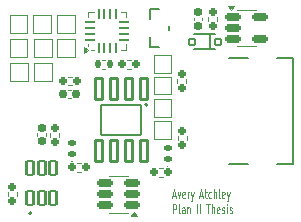
<source format=gto>
%TF.GenerationSoftware,KiCad,Pcbnew,8.0.3*%
%TF.CreationDate,2025-03-25T09:51:50-05:00*%
%TF.ProjectId,HearingAid_ESP,48656172-696e-4674-9169-645f4553502e,rev?*%
%TF.SameCoordinates,Original*%
%TF.FileFunction,Legend,Top*%
%TF.FilePolarity,Positive*%
%FSLAX46Y46*%
G04 Gerber Fmt 4.6, Leading zero omitted, Abs format (unit mm)*
G04 Created by KiCad (PCBNEW 8.0.3) date 2025-03-25 09:51:50*
%MOMM*%
%LPD*%
G01*
G04 APERTURE LIST*
G04 Aperture macros list*
%AMRoundRect*
0 Rectangle with rounded corners*
0 $1 Rounding radius*
0 $2 $3 $4 $5 $6 $7 $8 $9 X,Y pos of 4 corners*
0 Add a 4 corners polygon primitive as box body*
4,1,4,$2,$3,$4,$5,$6,$7,$8,$9,$2,$3,0*
0 Add four circle primitives for the rounded corners*
1,1,$1+$1,$2,$3*
1,1,$1+$1,$4,$5*
1,1,$1+$1,$6,$7*
1,1,$1+$1,$8,$9*
0 Add four rect primitives between the rounded corners*
20,1,$1+$1,$2,$3,$4,$5,0*
20,1,$1+$1,$4,$5,$6,$7,0*
20,1,$1+$1,$6,$7,$8,$9,0*
20,1,$1+$1,$8,$9,$2,$3,0*%
G04 Aperture macros list end*
%ADD10C,0.080000*%
%ADD11C,0.100000*%
%ADD12C,0.120000*%
%ADD13C,0.200000*%
%ADD14C,0.127000*%
%ADD15C,0.152400*%
%ADD16R,1.000000X1.000000*%
%ADD17RoundRect,0.147500X0.172500X-0.147500X0.172500X0.147500X-0.172500X0.147500X-0.172500X-0.147500X0*%
%ADD18RoundRect,0.160000X0.160000X-0.197500X0.160000X0.197500X-0.160000X0.197500X-0.160000X-0.197500X0*%
%ADD19RoundRect,0.135000X-0.135000X-0.185000X0.135000X-0.185000X0.135000X0.185000X-0.135000X0.185000X0*%
%ADD20RoundRect,0.102000X0.300000X0.900000X-0.300000X0.900000X-0.300000X-0.900000X0.300000X-0.900000X0*%
%ADD21RoundRect,0.102000X1.700000X1.250000X-1.700000X1.250000X-1.700000X-1.250000X1.700000X-1.250000X0*%
%ADD22RoundRect,0.102000X-0.250000X-0.250000X0.250000X-0.250000X0.250000X0.250000X-0.250000X0.250000X0*%
%ADD23RoundRect,0.155000X-0.155000X0.212500X-0.155000X-0.212500X0.155000X-0.212500X0.155000X0.212500X0*%
%ADD24RoundRect,0.155000X0.155000X-0.212500X0.155000X0.212500X-0.155000X0.212500X-0.155000X-0.212500X0*%
%ADD25RoundRect,0.160000X-0.197500X-0.160000X0.197500X-0.160000X0.197500X0.160000X-0.197500X0.160000X0*%
%ADD26RoundRect,0.102000X0.295000X-0.605000X0.295000X0.605000X-0.295000X0.605000X-0.295000X-0.605000X0*%
%ADD27R,1.140000X0.600000*%
%ADD28R,1.140000X0.300000*%
%ADD29O,2.100000X1.050000*%
%ADD30O,2.004000X1.104000*%
%ADD31R,1.600200X0.863600*%
%ADD32RoundRect,0.150000X0.512500X0.150000X-0.512500X0.150000X-0.512500X-0.150000X0.512500X-0.150000X0*%
%ADD33RoundRect,0.062500X0.062500X-0.350000X0.062500X0.350000X-0.062500X0.350000X-0.062500X-0.350000X0*%
%ADD34RoundRect,0.062500X0.350000X-0.062500X0.350000X0.062500X-0.350000X0.062500X-0.350000X-0.062500X0*%
%ADD35R,1.230000X1.230000*%
%ADD36RoundRect,0.155000X-0.212500X-0.155000X0.212500X-0.155000X0.212500X0.155000X-0.212500X0.155000X0*%
%ADD37RoundRect,0.160000X0.197500X0.160000X-0.197500X0.160000X-0.197500X-0.160000X0.197500X-0.160000X0*%
%ADD38RoundRect,0.150000X-0.512500X-0.150000X0.512500X-0.150000X0.512500X0.150000X-0.512500X0.150000X0*%
G04 APERTURE END LIST*
D10*
X54017869Y-34021408D02*
X54255964Y-34021408D01*
X53970250Y-34249980D02*
X54136916Y-33449980D01*
X54136916Y-33449980D02*
X54303583Y-34249980D01*
X54422630Y-33716646D02*
X54541678Y-34249980D01*
X54541678Y-34249980D02*
X54660725Y-33716646D01*
X55041677Y-34211885D02*
X54994058Y-34249980D01*
X54994058Y-34249980D02*
X54898820Y-34249980D01*
X54898820Y-34249980D02*
X54851201Y-34211885D01*
X54851201Y-34211885D02*
X54827392Y-34135694D01*
X54827392Y-34135694D02*
X54827392Y-33830932D01*
X54827392Y-33830932D02*
X54851201Y-33754742D01*
X54851201Y-33754742D02*
X54898820Y-33716646D01*
X54898820Y-33716646D02*
X54994058Y-33716646D01*
X54994058Y-33716646D02*
X55041677Y-33754742D01*
X55041677Y-33754742D02*
X55065487Y-33830932D01*
X55065487Y-33830932D02*
X55065487Y-33907123D01*
X55065487Y-33907123D02*
X54827392Y-33983313D01*
X55279772Y-34249980D02*
X55279772Y-33716646D01*
X55279772Y-33869027D02*
X55303582Y-33792837D01*
X55303582Y-33792837D02*
X55327391Y-33754742D01*
X55327391Y-33754742D02*
X55375010Y-33716646D01*
X55375010Y-33716646D02*
X55422629Y-33716646D01*
X55541677Y-33716646D02*
X55660725Y-34249980D01*
X55779772Y-33716646D02*
X55660725Y-34249980D01*
X55660725Y-34249980D02*
X55613106Y-34440456D01*
X55613106Y-34440456D02*
X55589296Y-34478551D01*
X55589296Y-34478551D02*
X55541677Y-34516646D01*
X56327391Y-34021408D02*
X56565486Y-34021408D01*
X56279772Y-34249980D02*
X56446438Y-33449980D01*
X56446438Y-33449980D02*
X56613105Y-34249980D01*
X56708343Y-33716646D02*
X56898819Y-33716646D01*
X56779771Y-33449980D02*
X56779771Y-34135694D01*
X56779771Y-34135694D02*
X56803581Y-34211885D01*
X56803581Y-34211885D02*
X56851200Y-34249980D01*
X56851200Y-34249980D02*
X56898819Y-34249980D01*
X57279771Y-34211885D02*
X57232152Y-34249980D01*
X57232152Y-34249980D02*
X57136914Y-34249980D01*
X57136914Y-34249980D02*
X57089295Y-34211885D01*
X57089295Y-34211885D02*
X57065485Y-34173789D01*
X57065485Y-34173789D02*
X57041676Y-34097599D01*
X57041676Y-34097599D02*
X57041676Y-33869027D01*
X57041676Y-33869027D02*
X57065485Y-33792837D01*
X57065485Y-33792837D02*
X57089295Y-33754742D01*
X57089295Y-33754742D02*
X57136914Y-33716646D01*
X57136914Y-33716646D02*
X57232152Y-33716646D01*
X57232152Y-33716646D02*
X57279771Y-33754742D01*
X57494056Y-34249980D02*
X57494056Y-33449980D01*
X57708342Y-34249980D02*
X57708342Y-33830932D01*
X57708342Y-33830932D02*
X57684532Y-33754742D01*
X57684532Y-33754742D02*
X57636913Y-33716646D01*
X57636913Y-33716646D02*
X57565485Y-33716646D01*
X57565485Y-33716646D02*
X57517866Y-33754742D01*
X57517866Y-33754742D02*
X57494056Y-33792837D01*
X58017866Y-34249980D02*
X57970247Y-34211885D01*
X57970247Y-34211885D02*
X57946437Y-34135694D01*
X57946437Y-34135694D02*
X57946437Y-33449980D01*
X58398818Y-34211885D02*
X58351199Y-34249980D01*
X58351199Y-34249980D02*
X58255961Y-34249980D01*
X58255961Y-34249980D02*
X58208342Y-34211885D01*
X58208342Y-34211885D02*
X58184533Y-34135694D01*
X58184533Y-34135694D02*
X58184533Y-33830932D01*
X58184533Y-33830932D02*
X58208342Y-33754742D01*
X58208342Y-33754742D02*
X58255961Y-33716646D01*
X58255961Y-33716646D02*
X58351199Y-33716646D01*
X58351199Y-33716646D02*
X58398818Y-33754742D01*
X58398818Y-33754742D02*
X58422628Y-33830932D01*
X58422628Y-33830932D02*
X58422628Y-33907123D01*
X58422628Y-33907123D02*
X58184533Y-33983313D01*
X58589294Y-33716646D02*
X58708342Y-34249980D01*
X58827389Y-33716646D02*
X58708342Y-34249980D01*
X58708342Y-34249980D02*
X58660723Y-34440456D01*
X58660723Y-34440456D02*
X58636913Y-34478551D01*
X58636913Y-34478551D02*
X58589294Y-34516646D01*
X54041678Y-35537935D02*
X54041678Y-34737935D01*
X54041678Y-34737935D02*
X54232154Y-34737935D01*
X54232154Y-34737935D02*
X54279773Y-34776030D01*
X54279773Y-34776030D02*
X54303583Y-34814125D01*
X54303583Y-34814125D02*
X54327392Y-34890316D01*
X54327392Y-34890316D02*
X54327392Y-35004601D01*
X54327392Y-35004601D02*
X54303583Y-35080792D01*
X54303583Y-35080792D02*
X54279773Y-35118887D01*
X54279773Y-35118887D02*
X54232154Y-35156982D01*
X54232154Y-35156982D02*
X54041678Y-35156982D01*
X54613107Y-35537935D02*
X54565488Y-35499840D01*
X54565488Y-35499840D02*
X54541678Y-35423649D01*
X54541678Y-35423649D02*
X54541678Y-34737935D01*
X55017869Y-35537935D02*
X55017869Y-35118887D01*
X55017869Y-35118887D02*
X54994059Y-35042697D01*
X54994059Y-35042697D02*
X54946440Y-35004601D01*
X54946440Y-35004601D02*
X54851202Y-35004601D01*
X54851202Y-35004601D02*
X54803583Y-35042697D01*
X55017869Y-35499840D02*
X54970250Y-35537935D01*
X54970250Y-35537935D02*
X54851202Y-35537935D01*
X54851202Y-35537935D02*
X54803583Y-35499840D01*
X54803583Y-35499840D02*
X54779774Y-35423649D01*
X54779774Y-35423649D02*
X54779774Y-35347459D01*
X54779774Y-35347459D02*
X54803583Y-35271268D01*
X54803583Y-35271268D02*
X54851202Y-35233173D01*
X54851202Y-35233173D02*
X54970250Y-35233173D01*
X54970250Y-35233173D02*
X55017869Y-35195078D01*
X55255964Y-35004601D02*
X55255964Y-35537935D01*
X55255964Y-35080792D02*
X55279774Y-35042697D01*
X55279774Y-35042697D02*
X55327393Y-35004601D01*
X55327393Y-35004601D02*
X55398821Y-35004601D01*
X55398821Y-35004601D02*
X55446440Y-35042697D01*
X55446440Y-35042697D02*
X55470250Y-35118887D01*
X55470250Y-35118887D02*
X55470250Y-35537935D01*
X56089297Y-35537935D02*
X56089297Y-34737935D01*
X56327392Y-35537935D02*
X56327392Y-34737935D01*
X56875011Y-34737935D02*
X57160725Y-34737935D01*
X57017868Y-35537935D02*
X57017868Y-34737935D01*
X57327391Y-35537935D02*
X57327391Y-34737935D01*
X57541677Y-35537935D02*
X57541677Y-35118887D01*
X57541677Y-35118887D02*
X57517867Y-35042697D01*
X57517867Y-35042697D02*
X57470248Y-35004601D01*
X57470248Y-35004601D02*
X57398820Y-35004601D01*
X57398820Y-35004601D02*
X57351201Y-35042697D01*
X57351201Y-35042697D02*
X57327391Y-35080792D01*
X57970248Y-35499840D02*
X57922629Y-35537935D01*
X57922629Y-35537935D02*
X57827391Y-35537935D01*
X57827391Y-35537935D02*
X57779772Y-35499840D01*
X57779772Y-35499840D02*
X57755963Y-35423649D01*
X57755963Y-35423649D02*
X57755963Y-35118887D01*
X57755963Y-35118887D02*
X57779772Y-35042697D01*
X57779772Y-35042697D02*
X57827391Y-35004601D01*
X57827391Y-35004601D02*
X57922629Y-35004601D01*
X57922629Y-35004601D02*
X57970248Y-35042697D01*
X57970248Y-35042697D02*
X57994058Y-35118887D01*
X57994058Y-35118887D02*
X57994058Y-35195078D01*
X57994058Y-35195078D02*
X57755963Y-35271268D01*
X58184534Y-35499840D02*
X58232153Y-35537935D01*
X58232153Y-35537935D02*
X58327391Y-35537935D01*
X58327391Y-35537935D02*
X58375010Y-35499840D01*
X58375010Y-35499840D02*
X58398819Y-35423649D01*
X58398819Y-35423649D02*
X58398819Y-35385554D01*
X58398819Y-35385554D02*
X58375010Y-35309363D01*
X58375010Y-35309363D02*
X58327391Y-35271268D01*
X58327391Y-35271268D02*
X58255962Y-35271268D01*
X58255962Y-35271268D02*
X58208343Y-35233173D01*
X58208343Y-35233173D02*
X58184534Y-35156982D01*
X58184534Y-35156982D02*
X58184534Y-35118887D01*
X58184534Y-35118887D02*
X58208343Y-35042697D01*
X58208343Y-35042697D02*
X58255962Y-35004601D01*
X58255962Y-35004601D02*
X58327391Y-35004601D01*
X58327391Y-35004601D02*
X58375010Y-35042697D01*
X58613105Y-35537935D02*
X58613105Y-35004601D01*
X58613105Y-34737935D02*
X58589296Y-34776030D01*
X58589296Y-34776030D02*
X58613105Y-34814125D01*
X58613105Y-34814125D02*
X58636915Y-34776030D01*
X58636915Y-34776030D02*
X58613105Y-34737935D01*
X58613105Y-34737935D02*
X58613105Y-34814125D01*
X58827391Y-35499840D02*
X58875010Y-35537935D01*
X58875010Y-35537935D02*
X58970248Y-35537935D01*
X58970248Y-35537935D02*
X59017867Y-35499840D01*
X59017867Y-35499840D02*
X59041676Y-35423649D01*
X59041676Y-35423649D02*
X59041676Y-35385554D01*
X59041676Y-35385554D02*
X59017867Y-35309363D01*
X59017867Y-35309363D02*
X58970248Y-35271268D01*
X58970248Y-35271268D02*
X58898819Y-35271268D01*
X58898819Y-35271268D02*
X58851200Y-35233173D01*
X58851200Y-35233173D02*
X58827391Y-35156982D01*
X58827391Y-35156982D02*
X58827391Y-35118887D01*
X58827391Y-35118887D02*
X58851200Y-35042697D01*
X58851200Y-35042697D02*
X58898819Y-35004601D01*
X58898819Y-35004601D02*
X58970248Y-35004601D01*
X58970248Y-35004601D02*
X59017867Y-35042697D01*
%TO.C,TP29*%
D11*
X52410000Y-25840000D02*
X53910000Y-25840000D01*
X53910000Y-27340000D01*
X52410000Y-27340000D01*
X52410000Y-25840000D01*
%TO.C,TP31*%
X52390000Y-22100000D02*
X53890000Y-22100000D01*
X53890000Y-23600000D01*
X52390000Y-23600000D01*
X52390000Y-22100000D01*
%TO.C,D2*%
X53635000Y-31535000D02*
G75*
G02*
X53535000Y-31535000I-50000J0D01*
G01*
X53535000Y-31535000D02*
G75*
G02*
X53635000Y-31535000I50000J0D01*
G01*
D12*
%TO.C,R9*%
X43640000Y-29047621D02*
X43640000Y-28712379D01*
X44400000Y-29047621D02*
X44400000Y-28712379D01*
%TO.C,R10*%
X48016359Y-22530000D02*
X48323641Y-22530000D01*
X48016359Y-23290000D02*
X48323641Y-23290000D01*
D13*
%TO.C,U3*%
X51863400Y-26343200D02*
G75*
G02*
X51663400Y-26343200I-100000J0D01*
G01*
X51663400Y-26343200D02*
G75*
G02*
X51863400Y-26343200I100000J0D01*
G01*
D12*
%TO.C,R7*%
X40060000Y-34077621D02*
X40060000Y-33742379D01*
X40820000Y-34077621D02*
X40820000Y-33742379D01*
D14*
%TO.C,D5*%
X55860000Y-20355000D02*
X57160000Y-20355000D01*
X57160000Y-20355000D02*
X57160000Y-21605000D01*
X57160000Y-20355000D02*
X57560000Y-20355000D01*
X57160000Y-21605000D02*
X55860000Y-21605000D01*
X57560000Y-21605000D02*
X57160000Y-21605000D01*
D12*
%TO.C,C1*%
X55810000Y-18956665D02*
X55810000Y-19188335D01*
X56530000Y-18956665D02*
X56530000Y-19188335D01*
%TO.C,C9*%
X42550000Y-28985835D02*
X42550000Y-28754165D01*
X43270000Y-28985835D02*
X43270000Y-28754165D01*
D11*
%TO.C,D1*%
X45530000Y-31135000D02*
G75*
G02*
X45430000Y-31135000I-50000J0D01*
G01*
X45430000Y-31135000D02*
G75*
G02*
X45530000Y-31135000I50000J0D01*
G01*
%TO.C,TP14*%
X40240000Y-22810000D02*
X41740000Y-22810000D01*
X41740000Y-24310000D01*
X40240000Y-24310000D01*
X40240000Y-22810000D01*
D12*
%TO.C,R1*%
X45124879Y-23940000D02*
X45460121Y-23940000D01*
X45124879Y-24700000D02*
X45460121Y-24700000D01*
%TO.C,TP12*%
D11*
X42260000Y-20750000D02*
X43760000Y-20750000D01*
X43760000Y-22250000D01*
X42260000Y-22250000D01*
X42260000Y-20750000D01*
D12*
%TO.C,R8*%
X57010000Y-19250121D02*
X57010000Y-18914879D01*
X57770000Y-19250121D02*
X57770000Y-18914879D01*
D13*
%TO.C,U4*%
X42070000Y-35520000D02*
G75*
G02*
X41870000Y-35520000I-100000J0D01*
G01*
X41870000Y-35520000D02*
G75*
G02*
X42070000Y-35520000I100000J0D01*
G01*
D12*
%TO.C,R2*%
X54430000Y-29277621D02*
X54430000Y-28942379D01*
X55190000Y-29277621D02*
X55190000Y-28942379D01*
%TO.C,TP1*%
D11*
X40210000Y-18760000D02*
X41710000Y-18760000D01*
X41710000Y-20260000D01*
X40210000Y-20260000D01*
X40210000Y-18760000D01*
%TO.C,TP28*%
X52410000Y-27700000D02*
X53910000Y-27700000D01*
X53910000Y-29200000D01*
X52410000Y-29200000D01*
X52410000Y-27700000D01*
D14*
%TO.C,J1*%
X58790000Y-22400000D02*
X60380000Y-22400000D01*
X58790000Y-31340000D02*
X60380000Y-31340000D01*
X64200000Y-22400000D02*
X62820000Y-22400000D01*
X64200000Y-22400000D02*
X64200000Y-31340000D01*
X64200000Y-31340000D02*
X62820000Y-31340000D01*
%TO.C,TP27*%
D11*
X40210000Y-20760000D02*
X41710000Y-20760000D01*
X41710000Y-22260000D01*
X40210000Y-22260000D01*
X40210000Y-20760000D01*
%TO.C,TP25*%
X42260000Y-22820000D02*
X43760000Y-22820000D01*
X43760000Y-24320000D01*
X42260000Y-24320000D01*
X42260000Y-22820000D01*
D15*
%TO.C,Q1*%
X52090000Y-18184400D02*
X52090000Y-19045460D01*
X52090000Y-20574540D02*
X52090000Y-21435600D01*
X52090000Y-21435600D02*
X52894454Y-21435600D01*
X52894454Y-18184400D02*
X52090000Y-18184400D01*
X53741000Y-19995461D02*
X53741000Y-19624539D01*
%TO.C,TP30*%
D11*
X52400000Y-23960000D02*
X53900000Y-23960000D01*
X53900000Y-25460000D01*
X52400000Y-25460000D01*
X52400000Y-23960000D01*
D12*
%TO.C,Q2*%
X49432500Y-32350000D02*
X48632500Y-32350000D01*
X49432500Y-32350000D02*
X50232500Y-32350000D01*
X49432500Y-35470000D02*
X48632500Y-35470000D01*
X49432500Y-35470000D02*
X50232500Y-35470000D01*
X50972500Y-35750000D02*
X50492500Y-35750000D01*
X50732500Y-35420000D01*
X50972500Y-35750000D01*
G36*
X50972500Y-35750000D02*
G01*
X50492500Y-35750000D01*
X50732500Y-35420000D01*
X50972500Y-35750000D01*
G37*
%TO.C,R5*%
X45892379Y-31252500D02*
X46227621Y-31252500D01*
X45892379Y-32012500D02*
X46227621Y-32012500D01*
%TO.C,U2*%
X46872500Y-18460000D02*
X47347500Y-18460000D01*
X46872500Y-18935000D02*
X46872500Y-18460000D01*
X46872500Y-21205000D02*
X46872500Y-21380000D01*
X47347500Y-21680000D02*
X47112500Y-21680000D01*
X50092500Y-18460000D02*
X49617500Y-18460000D01*
X50092500Y-18935000D02*
X50092500Y-18460000D01*
X50092500Y-21205000D02*
X50092500Y-21680000D01*
X50092500Y-21680000D02*
X49617500Y-21680000D01*
X46872500Y-21680000D02*
X46542500Y-21920000D01*
X46542500Y-21440000D01*
X46872500Y-21680000D01*
G36*
X46872500Y-21680000D02*
G01*
X46542500Y-21920000D01*
X46542500Y-21440000D01*
X46872500Y-21680000D01*
G37*
%TO.C,TP11*%
D11*
X44250000Y-20750000D02*
X45750000Y-20750000D01*
X45750000Y-22250000D01*
X44250000Y-22250000D01*
X44250000Y-20750000D01*
D12*
%TO.C,C2*%
X45176665Y-25070000D02*
X45408335Y-25070000D01*
X45176665Y-25790000D02*
X45408335Y-25790000D01*
%TO.C,R4*%
X53170121Y-31660000D02*
X52834879Y-31660000D01*
X53170121Y-32420000D02*
X52834879Y-32420000D01*
%TO.C,U1*%
X60227500Y-18270000D02*
X59427500Y-18270000D01*
X60227500Y-18270000D02*
X61027500Y-18270000D01*
X60227500Y-21390000D02*
X59427500Y-21390000D01*
X60227500Y-21390000D02*
X61027500Y-21390000D01*
X58927500Y-18320000D02*
X58687500Y-17990000D01*
X59167500Y-17990000D01*
X58927500Y-18320000D01*
G36*
X58927500Y-18320000D02*
G01*
X58687500Y-17990000D01*
X59167500Y-17990000D01*
X58927500Y-18320000D01*
G37*
%TO.C,R3*%
X54410000Y-24465121D02*
X54410000Y-24129879D01*
X55170000Y-24465121D02*
X55170000Y-24129879D01*
%TO.C,TP10*%
D11*
X44210000Y-18770000D02*
X45710000Y-18770000D01*
X45710000Y-20270000D01*
X44210000Y-20270000D01*
X44210000Y-18770000D01*
%TO.C,TP2*%
X42180000Y-18760000D02*
X43680000Y-18760000D01*
X43680000Y-20260000D01*
X42180000Y-20260000D01*
X42180000Y-18760000D01*
D12*
%TO.C,R6*%
X50132379Y-22540000D02*
X50467621Y-22540000D01*
X50132379Y-23300000D02*
X50467621Y-23300000D01*
%TD*%
%LPC*%
D16*
%TO.C,TP29*%
X53160000Y-26590000D03*
%TD*%
%TO.C,TP31*%
X53140000Y-22850000D03*
%TD*%
D17*
%TO.C,D2*%
X53585000Y-30930000D03*
X53585000Y-29960000D03*
%TD*%
D18*
%TO.C,R9*%
X44020000Y-29477500D03*
X44020000Y-28282500D03*
%TD*%
D19*
%TO.C,R10*%
X47660000Y-22910000D03*
X48680000Y-22910000D03*
%TD*%
D20*
%TO.C,U3*%
X51565000Y-25017600D03*
X50295000Y-25017600D03*
X49025000Y-25017600D03*
X47755000Y-25017600D03*
X47755000Y-30250000D03*
X49025000Y-30250000D03*
X50295000Y-30250000D03*
X51565000Y-30250000D03*
D21*
X49660000Y-27633800D03*
%TD*%
D18*
%TO.C,R7*%
X40440000Y-34507500D03*
X40440000Y-33312500D03*
%TD*%
D22*
%TO.C,D5*%
X57810000Y-20980000D03*
X55610000Y-20980000D03*
%TD*%
D23*
%TO.C,C1*%
X56170000Y-18505000D03*
X56170000Y-19640000D03*
%TD*%
D24*
%TO.C,C9*%
X42910000Y-29437500D03*
X42910000Y-28302500D03*
%TD*%
D17*
%TO.C,D1*%
X45480000Y-30530000D03*
X45480000Y-29560000D03*
%TD*%
D16*
%TO.C,TP14*%
X40990000Y-23560000D03*
%TD*%
D25*
%TO.C,R1*%
X44695000Y-24320000D03*
X45890000Y-24320000D03*
%TD*%
D16*
%TO.C,TP12*%
X43010000Y-21500000D03*
%TD*%
D18*
%TO.C,R8*%
X57390000Y-19680000D03*
X57390000Y-18485000D03*
%TD*%
D26*
%TO.C,U4*%
X41970000Y-34220000D03*
X42920000Y-34220000D03*
X43870000Y-34220000D03*
X43870000Y-31710000D03*
X42920000Y-31710000D03*
X41970000Y-31710000D03*
%TD*%
D18*
%TO.C,R2*%
X54810000Y-29707500D03*
X54810000Y-28512500D03*
%TD*%
D16*
%TO.C,TP1*%
X40960000Y-19510000D03*
%TD*%
%TO.C,TP28*%
X53160000Y-28450000D03*
%TD*%
D27*
%TO.C,J1*%
X56850000Y-30070000D03*
X56850000Y-29270000D03*
D28*
X56850000Y-28120000D03*
X56850000Y-27120000D03*
X56850000Y-26620000D03*
X56850000Y-25620000D03*
D27*
X56850000Y-23670000D03*
X56850000Y-24470000D03*
D28*
X56850000Y-25120000D03*
X56850000Y-26120000D03*
X56850000Y-27620000D03*
X56850000Y-28620000D03*
D29*
X57420000Y-31190000D03*
X57420000Y-22550000D03*
D30*
X61600000Y-31190000D03*
X61600000Y-22550000D03*
%TD*%
D16*
%TO.C,TP27*%
X40960000Y-21510000D03*
%TD*%
%TO.C,TP25*%
X43010000Y-23570000D03*
%TD*%
D31*
%TO.C,Q1*%
X51910000Y-19810000D03*
X53921000Y-20760001D03*
X53921000Y-18859999D03*
%TD*%
D16*
%TO.C,TP30*%
X53150000Y-24710000D03*
%TD*%
D32*
%TO.C,Q2*%
X50570000Y-34860000D03*
X50570000Y-33910000D03*
X50570000Y-32960000D03*
X48295000Y-32960000D03*
X48295000Y-33910000D03*
X48295000Y-34860000D03*
%TD*%
D25*
%TO.C,R5*%
X45462500Y-31632500D03*
X46657500Y-31632500D03*
%TD*%
D33*
%TO.C,U2*%
X47732500Y-21507500D03*
X48232500Y-21507500D03*
X48732500Y-21507500D03*
X49232500Y-21507500D03*
D34*
X49920000Y-20820000D03*
X49920000Y-20320000D03*
X49920000Y-19820000D03*
X49920000Y-19320000D03*
D33*
X49232500Y-18632500D03*
X48732500Y-18632500D03*
X48232500Y-18632500D03*
X47732500Y-18632500D03*
D34*
X47045000Y-19320000D03*
X47045000Y-19820000D03*
X47045000Y-20320000D03*
X47045000Y-20820000D03*
D35*
X48482500Y-20070000D03*
%TD*%
D16*
%TO.C,TP11*%
X45000000Y-21500000D03*
%TD*%
D36*
%TO.C,C2*%
X44725000Y-25430000D03*
X45860000Y-25430000D03*
%TD*%
D37*
%TO.C,R4*%
X53600000Y-32040000D03*
X52405000Y-32040000D03*
%TD*%
D38*
%TO.C,U1*%
X59090000Y-18880000D03*
X59090000Y-19830000D03*
X59090000Y-20780000D03*
X61365000Y-20780000D03*
X61365000Y-18880000D03*
%TD*%
D18*
%TO.C,R3*%
X54790000Y-24895000D03*
X54790000Y-23700000D03*
%TD*%
D16*
%TO.C,TP10*%
X44960000Y-19520000D03*
%TD*%
%TO.C,TP2*%
X42930000Y-19510000D03*
%TD*%
D25*
%TO.C,R6*%
X49702500Y-22920000D03*
X50897500Y-22920000D03*
%TD*%
%LPD*%
M02*

</source>
